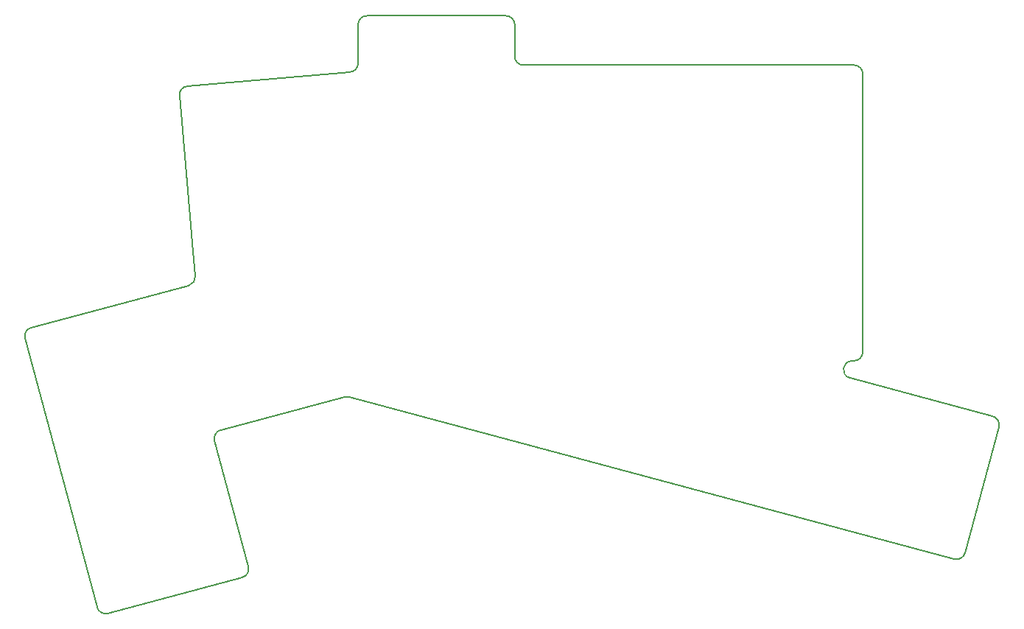
<source format=gbr>
%TF.GenerationSoftware,KiCad,Pcbnew,(5.1.9)-1*%
%TF.CreationDate,2021-06-26T19:41:31+02:00*%
%TF.ProjectId,idiosepius_thailandicus_choc,6964696f-7365-4706-9975-735f74686169,VERSION_HERE*%
%TF.SameCoordinates,Original*%
%TF.FileFunction,Profile,NP*%
%FSLAX46Y46*%
G04 Gerber Fmt 4.6, Leading zero omitted, Abs format (unit mm)*
G04 Created by KiCad (PCBNEW (5.1.9)-1) date 2021-06-26 19:41:31*
%MOMM*%
%LPD*%
G01*
G04 APERTURE LIST*
%TA.AperFunction,Profile*%
%ADD10C,0.150000*%
%TD*%
G04 APERTURE END LIST*
D10*
X8072632Y-10860183D02*
X23527445Y-6719078D01*
X24234552Y-5494333D02*
G75*
G02*
X23527445Y-6719078I-965926J-258819D01*
G01*
X20352266Y8994554D02*
X24234552Y-5494333D01*
X-1434323Y20756550D02*
X6847887Y-10153076D01*
X8072631Y-10860182D02*
G75*
G02*
X6847887Y-10153076I-258819J965925D01*
G01*
X-727216Y21981295D02*
X17387354Y26835080D01*
X-1434323Y20756550D02*
G75*
G02*
X-727216Y21981295I965926J258819D01*
G01*
X35277194Y14028953D02*
X21059373Y10219299D01*
X17789497Y31719879D02*
X18124729Y27888161D01*
X17789497Y31719879D02*
X17615186Y33712269D01*
X16307850Y48655189D02*
X17615186Y33712269D01*
X17216889Y49738540D02*
X35929890Y51375715D01*
X16307849Y48655190D02*
G75*
G02*
X17216889Y49738540I996195J87155D01*
G01*
X54842735Y53167217D02*
X54842735Y56833883D01*
X53842735Y57833883D02*
G75*
G02*
X54842735Y56833883I0J-1000000D01*
G01*
X53842735Y57833883D02*
X37842735Y57833883D01*
X36842735Y56833883D02*
G75*
G02*
X37842735Y57833883I1000000J0D01*
G01*
X36842735Y56833883D02*
X36842735Y52371910D01*
X94842735Y26667217D02*
X94842735Y51167217D01*
X94842735Y26667217D02*
X94842735Y19167217D01*
X93842735Y18167217D02*
X93629332Y18167217D01*
X55842735Y52167217D02*
X93842735Y52167217D01*
X35794832Y14028953D02*
X105370179Y-4613705D01*
X106594923Y-3906599D02*
G75*
G02*
X105370179Y-4613705I-965925J258819D01*
G01*
X106594924Y-3906599D02*
X110477210Y10582289D01*
X109770103Y11807034D02*
G75*
G02*
X110477210Y10582289I-258819J-965926D01*
G01*
X93370513Y16201291D02*
X109770103Y11807034D01*
X20352266Y8994554D02*
G75*
G02*
X21059373Y10219299I965926J258819D01*
G01*
X35277194Y14028953D02*
G75*
G02*
X35794832Y14028953I258819J-965926D01*
G01*
X93370513Y16201291D02*
G75*
G02*
X93629332Y18167217I258819J965926D01*
G01*
X94842735Y19167217D02*
G75*
G02*
X93842735Y18167217I-1000000J0D01*
G01*
X93842735Y52167217D02*
G75*
G02*
X94842735Y51167217I0J-1000000D01*
G01*
X55842735Y52167217D02*
G75*
G02*
X54842735Y53167217I0J1000000D01*
G01*
X36842735Y52371909D02*
G75*
G02*
X35929890Y51375715I-1000000J1D01*
G01*
X18124729Y27888161D02*
G75*
G02*
X17387354Y26835080I-996194J-87156D01*
G01*
M02*

</source>
